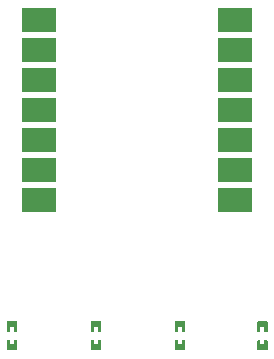
<source format=gtp>
G04 Layer: TopPasteMaskLayer*
G04 EasyEDA v6.5.38, 2023-11-10 20:44:27*
G04 a2ce8b3098ff4e71ad7b38c7765d7841,93b1fbd85c6d4c91ac372c37b1ebbe7b,10*
G04 Gerber Generator version 0.2*
G04 Scale: 100 percent, Rotated: No, Reflected: No *
G04 Dimensions in millimeters *
G04 leading zeros omitted , absolute positions ,4 integer and 5 decimal *
%FSLAX45Y45*%
%MOMM*%

%ADD10R,3.0000X2.0000*%

%LPD*%
G36*
X3223920Y1623110D02*
G01*
X3218891Y1618081D01*
X3218891Y1538122D01*
X3223920Y1533093D01*
X3246678Y1533093D01*
X3246678Y1570126D01*
X3279698Y1570126D01*
X3279698Y1533093D01*
X3303879Y1533093D01*
X3308908Y1538122D01*
X3308908Y1618081D01*
X3303879Y1623110D01*
G37*
G36*
X3223920Y1463090D02*
G01*
X3218891Y1458112D01*
X3218891Y1379118D01*
X3223920Y1374089D01*
X3303879Y1374089D01*
X3308908Y1379118D01*
X3308908Y1458112D01*
X3303879Y1463090D01*
X3279698Y1463090D01*
X3279698Y1425092D01*
X3246678Y1425092D01*
X3246678Y1463090D01*
G37*
G36*
X2525420Y1623110D02*
G01*
X2520391Y1618081D01*
X2520391Y1538122D01*
X2525420Y1533093D01*
X2548178Y1533093D01*
X2548178Y1570126D01*
X2581198Y1570126D01*
X2581198Y1533093D01*
X2605379Y1533093D01*
X2610408Y1538122D01*
X2610408Y1618081D01*
X2605379Y1623110D01*
G37*
G36*
X2525420Y1463090D02*
G01*
X2520391Y1458112D01*
X2520391Y1379118D01*
X2525420Y1374089D01*
X2605379Y1374089D01*
X2610408Y1379118D01*
X2610408Y1458112D01*
X2605379Y1463090D01*
X2581198Y1463090D01*
X2581198Y1425092D01*
X2548178Y1425092D01*
X2548178Y1463090D01*
G37*
G36*
X1814220Y1623110D02*
G01*
X1809191Y1618081D01*
X1809191Y1538122D01*
X1814220Y1533093D01*
X1836978Y1533093D01*
X1836978Y1570126D01*
X1869998Y1570126D01*
X1869998Y1533093D01*
X1894179Y1533093D01*
X1899208Y1538122D01*
X1899208Y1618081D01*
X1894179Y1623110D01*
G37*
G36*
X1814220Y1463090D02*
G01*
X1809191Y1458112D01*
X1809191Y1379118D01*
X1814220Y1374089D01*
X1894179Y1374089D01*
X1899208Y1379118D01*
X1899208Y1458112D01*
X1894179Y1463090D01*
X1869998Y1463090D01*
X1869998Y1425092D01*
X1836978Y1425092D01*
X1836978Y1463090D01*
G37*
G36*
X1103020Y1623110D02*
G01*
X1097991Y1618081D01*
X1097991Y1538122D01*
X1103020Y1533093D01*
X1125778Y1533093D01*
X1125778Y1570126D01*
X1158798Y1570126D01*
X1158798Y1533093D01*
X1182979Y1533093D01*
X1188008Y1538122D01*
X1188008Y1618081D01*
X1182979Y1623110D01*
G37*
G36*
X1103020Y1463090D02*
G01*
X1097991Y1458112D01*
X1097991Y1379118D01*
X1103020Y1374089D01*
X1182979Y1374089D01*
X1188008Y1379118D01*
X1188008Y1458112D01*
X1182979Y1463090D01*
X1158798Y1463090D01*
X1158798Y1425092D01*
X1125778Y1425092D01*
X1125778Y1463090D01*
G37*
D10*
G01*
X1369618Y4172000D03*
G01*
X1369618Y3918000D03*
G01*
X1369618Y3664000D03*
G01*
X1369618Y3410000D03*
G01*
X1369618Y3156000D03*
G01*
X1369618Y2902000D03*
G01*
X1369618Y2648000D03*
G01*
X3029635Y2648000D03*
G01*
X3029635Y2902000D03*
G01*
X3029635Y3156000D03*
G01*
X3029635Y3410000D03*
G01*
X3029635Y3664000D03*
G01*
X3029635Y3918000D03*
G01*
X3029635Y4172000D03*
M02*

</source>
